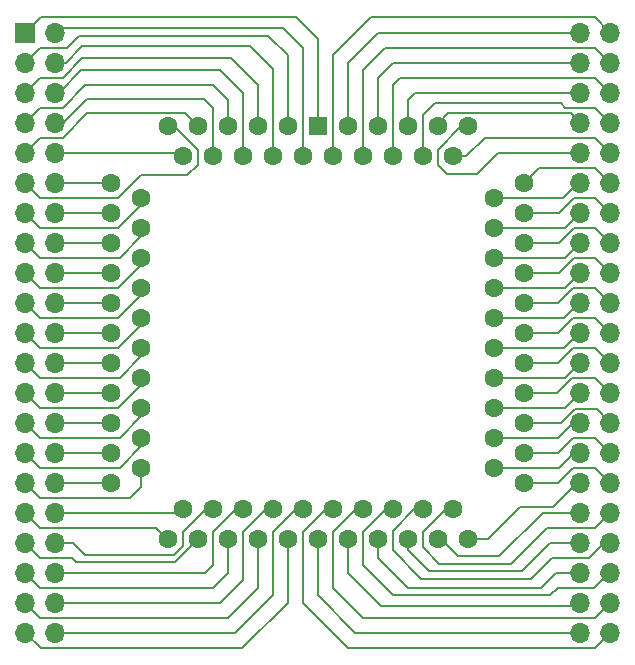
<source format=gbr>
%TF.GenerationSoftware,KiCad,Pcbnew,8.0.7*%
%TF.CreationDate,2025-02-20T01:00:11-06:00*%
%TF.ProjectId,PLCC-84-Test-Socket-Adapter,504c4343-2d38-4342-9d54-6573742d536f,v1.0*%
%TF.SameCoordinates,Original*%
%TF.FileFunction,Copper,L2,Bot*%
%TF.FilePolarity,Positive*%
%FSLAX46Y46*%
G04 Gerber Fmt 4.6, Leading zero omitted, Abs format (unit mm)*
G04 Created by KiCad (PCBNEW 8.0.7) date 2025-02-20 01:00:11*
%MOMM*%
%LPD*%
G01*
G04 APERTURE LIST*
%TA.AperFunction,ComponentPad*%
%ADD10R,1.600000X1.600000*%
%TD*%
%TA.AperFunction,ComponentPad*%
%ADD11C,1.600000*%
%TD*%
%TA.AperFunction,ComponentPad*%
%ADD12O,1.700000X1.700000*%
%TD*%
%TA.AperFunction,ComponentPad*%
%ADD13R,1.700000X1.700000*%
%TD*%
%TA.AperFunction,Conductor*%
%ADD14C,0.200000*%
%TD*%
G04 APERTURE END LIST*
D10*
%TO.P,U1,1,INPUT/GCLR*%
%TO.N,/Pin1*%
X160020000Y-76495000D03*
D11*
%TO.P,U1,2,INPUT/OE2/GCLK2*%
%TO.N,/Pin2*%
X158750000Y-79035000D03*
%TO.P,U1,3,VCCINT*%
%TO.N,/Pin3*%
X157480000Y-76495000D03*
%TO.P,U1,4,I/O*%
%TO.N,/Pin4*%
X156210000Y-79035000D03*
%TO.P,U1,5,I/O*%
%TO.N,/Pin5*%
X154940000Y-76495000D03*
%TO.P,U1,6,I/O*%
%TO.N,/Pin6*%
X153670000Y-79035000D03*
%TO.P,U1,7,GND*%
%TO.N,/Pin7*%
X152400000Y-76495000D03*
%TO.P,U1,8,I/O*%
%TO.N,/Pin8*%
X151130000Y-79035000D03*
%TO.P,U1,9,I/O*%
%TO.N,/Pin9*%
X149860000Y-76495000D03*
%TO.P,U1,10,I/O*%
%TO.N,/Pin10*%
X148590000Y-79035000D03*
%TO.P,U1,11,I/O*%
%TO.N,/Pin11*%
X147320000Y-76495000D03*
%TO.P,U1,12,I/O/PD1*%
%TO.N,/Pin12*%
X142535000Y-81280000D03*
%TO.P,U1,13,VCCIO*%
%TO.N,/Pin13*%
X145075000Y-82550000D03*
%TO.P,U1,14,I/O/TDI*%
%TO.N,/Pin14*%
X142535000Y-83820000D03*
%TO.P,U1,15,I/O*%
%TO.N,/Pin15*%
X145075000Y-85090000D03*
%TO.P,U1,16,I/O*%
%TO.N,/Pin16*%
X142535000Y-86360000D03*
%TO.P,U1,17,I/O*%
%TO.N,/Pin17*%
X145075000Y-87630000D03*
%TO.P,U1,18,I/O*%
%TO.N,/Pin18*%
X142535000Y-88900000D03*
%TO.P,U1,19,GND*%
%TO.N,/Pin19*%
X145075000Y-90170000D03*
%TO.P,U1,20,I/O*%
%TO.N,/Pin20*%
X142535000Y-91440000D03*
%TO.P,U1,21,I/O*%
%TO.N,/Pin21*%
X145075000Y-92710000D03*
%TO.P,U1,22,I/O*%
%TO.N,/Pin22*%
X142535000Y-93980000D03*
%TO.P,U1,23,I/O/TMS*%
%TO.N,/Pin23*%
X145075000Y-95250000D03*
%TO.P,U1,24,I/O*%
%TO.N,/Pin24*%
X142535000Y-96520000D03*
%TO.P,U1,25,I/O*%
%TO.N,/Pin25*%
X145075000Y-97790000D03*
%TO.P,U1,26,VCCIO*%
%TO.N,/Pin26*%
X142535000Y-99060000D03*
%TO.P,U1,27,I/O*%
%TO.N,/Pin27*%
X145075000Y-100330000D03*
%TO.P,U1,28,I/O*%
%TO.N,/Pin28*%
X142535000Y-101600000D03*
%TO.P,U1,29,I/O*%
%TO.N,/Pin29*%
X145075000Y-102870000D03*
%TO.P,U1,30,I/O*%
%TO.N,/Pin30*%
X142535000Y-104140000D03*
%TO.P,U1,31,I/O*%
%TO.N,/Pin31*%
X145075000Y-105410000D03*
%TO.P,U1,32,GND*%
%TO.N,/Pin32*%
X142535000Y-106680000D03*
%TO.P,U1,33,I/O*%
%TO.N,/Pin33*%
X147320000Y-111465000D03*
%TO.P,U1,34,I/O*%
%TO.N,/Pin34*%
X148590000Y-108925000D03*
%TO.P,U1,35,I/O*%
%TO.N,/Pin35*%
X149860000Y-111465000D03*
%TO.P,U1,36,I/O*%
%TO.N,/Pin36*%
X151130000Y-108925000D03*
%TO.P,U1,37,I/O*%
%TO.N,/Pin37*%
X152400000Y-111465000D03*
%TO.P,U1,38,VCCIO*%
%TO.N,/Pin38*%
X153670000Y-108925000D03*
%TO.P,U1,39,I/O*%
%TO.N,/Pin39*%
X154940000Y-111465000D03*
%TO.P,U1,40,I/O*%
%TO.N,/Pin40*%
X156210000Y-108925000D03*
%TO.P,U1,41,I/O*%
%TO.N,/Pin41*%
X157480000Y-111465000D03*
%TO.P,U1,42,GND*%
%TO.N,/Pin42*%
X158750000Y-108925000D03*
%TO.P,U1,43,VCCINT*%
%TO.N,/Pin43*%
X160020000Y-111465000D03*
%TO.P,U1,44,I/O*%
%TO.N,/Pin44*%
X161290000Y-108925000D03*
%TO.P,U1,45,I/O/PD2*%
%TO.N,/Pin45*%
X162560000Y-111465000D03*
%TO.P,U1,46,I/O*%
%TO.N,/Pin46*%
X163830000Y-108925000D03*
%TO.P,U1,47,GND*%
%TO.N,/Pin47*%
X165100000Y-111465000D03*
%TO.P,U1,48,I/O*%
%TO.N,/Pin48*%
X166370000Y-108925000D03*
%TO.P,U1,49,I/O*%
%TO.N,/Pin49*%
X167640000Y-111465000D03*
%TO.P,U1,50,I/O*%
%TO.N,/Pin50*%
X168910000Y-108925000D03*
%TO.P,U1,51,I/O*%
%TO.N,/Pin51*%
X170180000Y-111465000D03*
%TO.P,U1,52,I/O*%
%TO.N,/Pin52*%
X171450000Y-108925000D03*
%TO.P,U1,53,VCCIO*%
%TO.N,/Pin53*%
X172720000Y-111465000D03*
%TO.P,U1,54,I/O*%
%TO.N,/Pin54*%
X177505000Y-106680000D03*
%TO.P,U1,55,I/O*%
%TO.N,/Pin55*%
X174965000Y-105410000D03*
%TO.P,U1,56,I/O*%
%TO.N,/Pin56*%
X177505000Y-104140000D03*
%TO.P,U1,57,I/O*%
%TO.N,/Pin57*%
X174965000Y-102870000D03*
%TO.P,U1,58,I/O*%
%TO.N,/Pin58*%
X177505000Y-101600000D03*
%TO.P,U1,59,GND*%
%TO.N,/Pin59*%
X174965000Y-100330000D03*
%TO.P,U1,60,I/O*%
%TO.N,/Pin60*%
X177505000Y-99060000D03*
%TO.P,U1,61,I/O*%
%TO.N,/Pin61*%
X174965000Y-97790000D03*
%TO.P,U1,62,I/O/TCK*%
%TO.N,/Pin62*%
X177505000Y-96520000D03*
%TO.P,U1,63,I/O*%
%TO.N,/Pin63*%
X174965000Y-95250000D03*
%TO.P,U1,64,I/O*%
%TO.N,/Pin64*%
X177505000Y-93980000D03*
%TO.P,U1,65,I/O*%
%TO.N,/Pin65*%
X174965000Y-92710000D03*
%TO.P,U1,66,VCCIO*%
%TO.N,/Pin66*%
X177505000Y-91440000D03*
%TO.P,U1,67,I/O*%
%TO.N,/Pin67*%
X174965000Y-90170000D03*
%TO.P,U1,68,I/O*%
%TO.N,/Pin68*%
X177505000Y-88900000D03*
%TO.P,U1,69,I/O*%
%TO.N,/Pin69*%
X174965000Y-87630000D03*
%TO.P,U1,70,I/O*%
%TO.N,/Pin70*%
X177505000Y-86360000D03*
%TO.P,U1,71,I/O/TDO*%
%TO.N,/Pin71*%
X174965000Y-85090000D03*
%TO.P,U1,72,GND*%
%TO.N,/Pin72*%
X177505000Y-83820000D03*
%TO.P,U1,73,I/O*%
%TO.N,/Pin73*%
X174965000Y-82550000D03*
%TO.P,U1,74,I/O*%
%TO.N,/Pin74*%
X177505000Y-81280000D03*
%TO.P,U1,75,I/O*%
%TO.N,/Pin75*%
X172720000Y-76495000D03*
%TO.P,U1,76,I/O*%
%TO.N,/Pin76*%
X171450000Y-79035000D03*
%TO.P,U1,77,I/O*%
%TO.N,/Pin77*%
X170180000Y-76495000D03*
%TO.P,U1,78,VCCIO*%
%TO.N,/Pin78*%
X168910000Y-79035000D03*
%TO.P,U1,79,I/O*%
%TO.N,/Pin79*%
X167640000Y-76495000D03*
%TO.P,U1,80,I/O*%
%TO.N,/Pin80*%
X166370000Y-79035000D03*
%TO.P,U1,81,I/O/GCLK3*%
%TO.N,/Pin81*%
X165100000Y-76495000D03*
%TO.P,U1,82,GND*%
%TO.N,/Pin82*%
X163830000Y-79035000D03*
%TO.P,U1,83,INPUT/GCLK1*%
%TO.N,/Pin83*%
X162560000Y-76495000D03*
%TO.P,U1,84,INPUT/OE1*%
%TO.N,/Pin84*%
X161290000Y-79035000D03*
%TD*%
D12*
%TO.P,J1,1,Pin_1*%
%TO.N,/Pin2*%
X137795000Y-68580000D03*
D13*
%TO.P,J1,2,Pin_2*%
%TO.N,/Pin1*%
X135255000Y-68580000D03*
D12*
%TO.P,J1,3,Pin_3*%
%TO.N,/Pin4*%
X137795000Y-71120000D03*
%TO.P,J1,4,Pin_4*%
%TO.N,/Pin3*%
X135255000Y-71120000D03*
%TO.P,J1,5,Pin_5*%
%TO.N,/Pin6*%
X137795000Y-73660000D03*
%TO.P,J1,6,Pin_6*%
%TO.N,/Pin5*%
X135255000Y-73660000D03*
%TO.P,J1,7,Pin_7*%
%TO.N,/Pin8*%
X137795000Y-76200000D03*
%TO.P,J1,8,Pin_8*%
%TO.N,/Pin7*%
X135255000Y-76200000D03*
%TO.P,J1,9,Pin_9*%
%TO.N,/Pin10*%
X137795000Y-78740000D03*
%TO.P,J1,10,Pin_10*%
%TO.N,/Pin9*%
X135255000Y-78740000D03*
%TO.P,J1,11,Pin_11*%
%TO.N,/Pin12*%
X137795000Y-81280000D03*
%TO.P,J1,12,Pin_12*%
%TO.N,/Pin11*%
X135255000Y-81280000D03*
%TO.P,J1,13,Pin_13*%
%TO.N,/Pin14*%
X137795000Y-83820000D03*
%TO.P,J1,14,Pin_14*%
%TO.N,/Pin13*%
X135255000Y-83820000D03*
%TO.P,J1,15,Pin_15*%
%TO.N,/Pin16*%
X137795000Y-86360000D03*
%TO.P,J1,16,Pin_16*%
%TO.N,/Pin15*%
X135255000Y-86360000D03*
%TO.P,J1,17,Pin_17*%
%TO.N,/Pin18*%
X137795000Y-88900000D03*
%TO.P,J1,18,Pin_18*%
%TO.N,/Pin17*%
X135255000Y-88900000D03*
%TO.P,J1,19,Pin_19*%
%TO.N,/Pin20*%
X137795000Y-91440000D03*
%TO.P,J1,20,Pin_20*%
%TO.N,/Pin19*%
X135255000Y-91440000D03*
%TO.P,J1,21,Pin_21*%
%TO.N,/Pin22*%
X137795000Y-93980000D03*
%TO.P,J1,22,Pin_22*%
%TO.N,/Pin21*%
X135255000Y-93980000D03*
%TO.P,J1,23,Pin_23*%
%TO.N,/Pin24*%
X137795000Y-96520000D03*
%TO.P,J1,24,Pin_24*%
%TO.N,/Pin23*%
X135255000Y-96520000D03*
%TO.P,J1,25,Pin_25*%
%TO.N,/Pin26*%
X137795000Y-99060000D03*
%TO.P,J1,26,Pin_26*%
%TO.N,/Pin25*%
X135255000Y-99060000D03*
%TO.P,J1,27,Pin_27*%
%TO.N,/Pin28*%
X137795000Y-101600000D03*
%TO.P,J1,28,Pin_28*%
%TO.N,/Pin27*%
X135255000Y-101600000D03*
%TO.P,J1,29,Pin_29*%
%TO.N,/Pin30*%
X137795000Y-104140000D03*
%TO.P,J1,30,Pin_30*%
%TO.N,/Pin29*%
X135255000Y-104140000D03*
%TO.P,J1,31,Pin_31*%
%TO.N,/Pin32*%
X137795000Y-106680000D03*
%TO.P,J1,32,Pin_32*%
%TO.N,/Pin31*%
X135255000Y-106680000D03*
%TO.P,J1,33,Pin_33*%
%TO.N,/Pin34*%
X137795000Y-109220000D03*
%TO.P,J1,34,Pin_34*%
%TO.N,/Pin33*%
X135255000Y-109220000D03*
%TO.P,J1,35,Pin_35*%
%TO.N,/Pin36*%
X137795000Y-111760000D03*
%TO.P,J1,36,Pin_36*%
%TO.N,/Pin35*%
X135255000Y-111760000D03*
%TO.P,J1,37,Pin_37*%
%TO.N,/Pin38*%
X137795000Y-114300000D03*
%TO.P,J1,38,Pin_38*%
%TO.N,/Pin37*%
X135255000Y-114300000D03*
%TO.P,J1,39,Pin_39*%
%TO.N,/Pin40*%
X137795000Y-116840000D03*
%TO.P,J1,40,Pin_40*%
%TO.N,/Pin39*%
X135255000Y-116840000D03*
%TO.P,J1,41,Pin_41*%
%TO.N,/Pin42*%
X137795000Y-119380000D03*
%TO.P,J1,42,Pin_42*%
%TO.N,/Pin41*%
X135255000Y-119380000D03*
%TD*%
%TO.P,J2,1,Pin_1*%
%TO.N,/Pin84*%
X184785000Y-68580000D03*
%TO.P,J2,2,Pin_2*%
%TO.N,/Pin83*%
X182245000Y-68580000D03*
%TO.P,J2,3,Pin_3*%
%TO.N,/Pin82*%
X184785000Y-71120000D03*
%TO.P,J2,4,Pin_4*%
%TO.N,/Pin81*%
X182245000Y-71120000D03*
%TO.P,J2,5,Pin_5*%
%TO.N,/Pin80*%
X184785000Y-73660000D03*
%TO.P,J2,6,Pin_6*%
%TO.N,/Pin79*%
X182245000Y-73660000D03*
%TO.P,J2,7,Pin_7*%
%TO.N,/Pin78*%
X184785000Y-76200000D03*
%TO.P,J2,8,Pin_8*%
%TO.N,/Pin77*%
X182245000Y-76200000D03*
%TO.P,J2,9,Pin_9*%
%TO.N,/Pin76*%
X184785000Y-78740000D03*
%TO.P,J2,10,Pin_10*%
%TO.N,/Pin75*%
X182245000Y-78740000D03*
%TO.P,J2,11,Pin_11*%
%TO.N,/Pin74*%
X184785000Y-81280000D03*
%TO.P,J2,12,Pin_12*%
%TO.N,/Pin73*%
X182245000Y-81280000D03*
%TO.P,J2,13,Pin_13*%
%TO.N,/Pin72*%
X184785000Y-83820000D03*
%TO.P,J2,14,Pin_14*%
%TO.N,/Pin71*%
X182245000Y-83820000D03*
%TO.P,J2,15,Pin_15*%
%TO.N,/Pin70*%
X184785000Y-86360000D03*
%TO.P,J2,16,Pin_16*%
%TO.N,/Pin69*%
X182245000Y-86360000D03*
%TO.P,J2,17,Pin_17*%
%TO.N,/Pin68*%
X184785000Y-88900000D03*
%TO.P,J2,18,Pin_18*%
%TO.N,/Pin67*%
X182245000Y-88900000D03*
%TO.P,J2,19,Pin_19*%
%TO.N,/Pin66*%
X184785000Y-91440000D03*
%TO.P,J2,20,Pin_20*%
%TO.N,/Pin65*%
X182245000Y-91440000D03*
%TO.P,J2,21,Pin_21*%
%TO.N,/Pin64*%
X184785000Y-93980000D03*
%TO.P,J2,22,Pin_22*%
%TO.N,/Pin63*%
X182245000Y-93980000D03*
%TO.P,J2,23,Pin_23*%
%TO.N,/Pin62*%
X184785000Y-96520000D03*
%TO.P,J2,24,Pin_24*%
%TO.N,/Pin61*%
X182245000Y-96520000D03*
%TO.P,J2,25,Pin_25*%
%TO.N,/Pin60*%
X184785000Y-99060000D03*
%TO.P,J2,26,Pin_26*%
%TO.N,/Pin59*%
X182245000Y-99060000D03*
%TO.P,J2,27,Pin_27*%
%TO.N,/Pin58*%
X184785000Y-101600000D03*
%TO.P,J2,28,Pin_28*%
%TO.N,/Pin57*%
X182245000Y-101600000D03*
%TO.P,J2,29,Pin_29*%
%TO.N,/Pin56*%
X184785000Y-104140000D03*
%TO.P,J2,30,Pin_30*%
%TO.N,/Pin55*%
X182245000Y-104140000D03*
%TO.P,J2,31,Pin_31*%
%TO.N,/Pin54*%
X184785000Y-106680000D03*
%TO.P,J2,32,Pin_32*%
%TO.N,/Pin53*%
X182245000Y-106680000D03*
%TO.P,J2,33,Pin_33*%
%TO.N,/Pin52*%
X184785000Y-109220000D03*
%TO.P,J2,34,Pin_34*%
%TO.N,/Pin51*%
X182245000Y-109220000D03*
%TO.P,J2,35,Pin_35*%
%TO.N,/Pin50*%
X184785000Y-111760000D03*
%TO.P,J2,36,Pin_36*%
%TO.N,/Pin49*%
X182245000Y-111760000D03*
%TO.P,J2,37,Pin_37*%
%TO.N,/Pin48*%
X184785000Y-114300000D03*
%TO.P,J2,38,Pin_38*%
%TO.N,/Pin47*%
X182245000Y-114300000D03*
%TO.P,J2,39,Pin_39*%
%TO.N,/Pin46*%
X184785000Y-116840000D03*
%TO.P,J2,40,Pin_40*%
%TO.N,/Pin45*%
X182245000Y-116840000D03*
%TO.P,J2,41,Pin_41*%
%TO.N,/Pin44*%
X184785000Y-119380000D03*
%TO.P,J2,42,Pin_42*%
%TO.N,/Pin43*%
X182245000Y-119380000D03*
%TD*%
D14*
%TO.N,/Pin20*%
X137795000Y-91440000D02*
X142535000Y-91440000D01*
%TO.N,/Pin23*%
X143256000Y-97790000D02*
X145075000Y-95971000D01*
X135255000Y-96520000D02*
X136525000Y-97790000D01*
X145075000Y-95971000D02*
X145075000Y-95250000D01*
X136525000Y-97790000D02*
X143256000Y-97790000D01*
%TO.N,/Pin11*%
X149860000Y-79756000D02*
X149860000Y-78486000D01*
X145034000Y-80645000D02*
X148971000Y-80645000D01*
X135255000Y-81280000D02*
X136525000Y-82550000D01*
X149860000Y-78486000D02*
X147869000Y-76495000D01*
X148971000Y-80645000D02*
X149860000Y-79756000D01*
X143129000Y-82550000D02*
X145034000Y-80645000D01*
X136525000Y-82550000D02*
X143129000Y-82550000D01*
X147869000Y-76495000D02*
X147320000Y-76495000D01*
%TO.N,/Pin15*%
X136525000Y-87630000D02*
X143256000Y-87630000D01*
X143256000Y-87630000D02*
X145075000Y-85811000D01*
X135255000Y-86360000D02*
X136525000Y-87630000D01*
X145075000Y-85811000D02*
X145075000Y-85090000D01*
%TO.N,/Pin26*%
X137795000Y-99060000D02*
X142535000Y-99060000D01*
%TO.N,/Pin31*%
X136525000Y-107950000D02*
X144145000Y-107950000D01*
X144145000Y-107950000D02*
X145075000Y-107020000D01*
X145075000Y-107020000D02*
X145075000Y-105410000D01*
X135255000Y-106680000D02*
X136525000Y-107950000D01*
%TO.N,/Pin35*%
X147914000Y-113411000D02*
X149860000Y-111465000D01*
X136525000Y-113030000D02*
X139192000Y-113030000D01*
X135255000Y-111760000D02*
X136525000Y-113030000D01*
X139192000Y-113030000D02*
X139573000Y-113411000D01*
X139573000Y-113411000D02*
X147914000Y-113411000D01*
%TO.N,/Pin16*%
X137795000Y-86360000D02*
X142535000Y-86360000D01*
%TO.N,/Pin21*%
X135255000Y-93980000D02*
X136525000Y-95250000D01*
X136525000Y-95250000D02*
X143129000Y-95250000D01*
X143129000Y-95250000D02*
X145075000Y-93304000D01*
X145075000Y-93304000D02*
X145075000Y-92710000D01*
%TO.N,/Pin4*%
X138684000Y-71120000D02*
X137795000Y-71120000D01*
X154305000Y-69723000D02*
X140081000Y-69723000D01*
X156210000Y-71628000D02*
X154305000Y-69723000D01*
X156210000Y-79035000D02*
X156210000Y-71628000D01*
X140081000Y-69723000D02*
X138684000Y-71120000D01*
%TO.N,/Pin3*%
X138825000Y-69850000D02*
X136525000Y-69850000D01*
X139841000Y-68834000D02*
X138825000Y-69850000D01*
X157480000Y-70485000D02*
X155829000Y-68834000D01*
X136525000Y-69850000D02*
X135255000Y-71120000D01*
X155829000Y-68834000D02*
X139841000Y-68834000D01*
X157480000Y-76495000D02*
X157480000Y-70485000D01*
%TO.N,/Pin25*%
X136525000Y-100330000D02*
X143129000Y-100330000D01*
X143129000Y-100330000D02*
X145075000Y-98384000D01*
X135255000Y-99060000D02*
X136525000Y-100330000D01*
X145075000Y-98384000D02*
X145075000Y-97790000D01*
%TO.N,/Pin9*%
X149860000Y-76495000D02*
X148760000Y-75395000D01*
X136525000Y-77470000D02*
X135255000Y-78740000D01*
X140505000Y-75395000D02*
X138430000Y-77470000D01*
X138430000Y-77470000D02*
X136525000Y-77470000D01*
X148760000Y-75395000D02*
X140505000Y-75395000D01*
%TO.N,/Pin28*%
X137795000Y-101600000D02*
X142535000Y-101600000D01*
%TO.N,/Pin33*%
X136525000Y-110490000D02*
X135255000Y-109220000D01*
X146345000Y-110490000D02*
X136525000Y-110490000D01*
X147320000Y-111465000D02*
X146345000Y-110490000D01*
%TO.N,/Pin18*%
X137795000Y-88900000D02*
X142535000Y-88900000D01*
%TO.N,/Pin6*%
X151765000Y-71755000D02*
X140017500Y-71755000D01*
X140017500Y-71755000D02*
X138112500Y-73660000D01*
X138112500Y-73660000D02*
X137795000Y-73660000D01*
X153670000Y-79035000D02*
X153670000Y-73660000D01*
X153670000Y-73660000D02*
X151765000Y-71755000D01*
%TO.N,/Pin19*%
X143129000Y-92710000D02*
X145075000Y-90764000D01*
X136525000Y-92710000D02*
X143129000Y-92710000D01*
X135255000Y-91440000D02*
X136525000Y-92710000D01*
X145075000Y-90764000D02*
X145075000Y-90170000D01*
%TO.N,/Pin32*%
X142535000Y-106680000D02*
X137795000Y-106680000D01*
%TO.N,/Pin13*%
X135255000Y-83820000D02*
X136525000Y-85090000D01*
X143129000Y-85090000D02*
X145075000Y-83144000D01*
X136525000Y-85090000D02*
X143129000Y-85090000D01*
X145075000Y-83144000D02*
X145075000Y-82550000D01*
%TO.N,/Pin36*%
X147828000Y-112776000D02*
X140300343Y-112776000D01*
X151130000Y-108925000D02*
X150536000Y-108925000D01*
X150536000Y-108925000D02*
X148590000Y-110871000D01*
X148590000Y-112014000D02*
X147828000Y-112776000D01*
X148590000Y-110871000D02*
X148590000Y-112014000D01*
X140300343Y-112776000D02*
X139284343Y-111760000D01*
X139284343Y-111760000D02*
X137795000Y-111760000D01*
%TO.N,/Pin30*%
X137795000Y-104140000D02*
X142535000Y-104140000D01*
%TO.N,/Pin39*%
X136525000Y-118110000D02*
X152400000Y-118110000D01*
X152400000Y-118110000D02*
X154940000Y-115570000D01*
X135255000Y-116840000D02*
X136525000Y-118110000D01*
X154940000Y-115570000D02*
X154940000Y-111465000D01*
%TO.N,/Pin12*%
X137795000Y-81280000D02*
X142535000Y-81280000D01*
%TO.N,/Pin29*%
X145075000Y-103591000D02*
X145075000Y-102870000D01*
X135255000Y-104140000D02*
X136525000Y-105410000D01*
X143256000Y-105410000D02*
X145075000Y-103591000D01*
X136525000Y-105410000D02*
X143256000Y-105410000D01*
%TO.N,/Pin22*%
X137795000Y-93980000D02*
X142535000Y-93980000D01*
%TO.N,/Pin40*%
X153670000Y-110871000D02*
X153670000Y-114935000D01*
X153670000Y-114935000D02*
X151765000Y-116840000D01*
X155616000Y-108925000D02*
X153670000Y-110871000D01*
X151765000Y-116840000D02*
X137795000Y-116840000D01*
X156210000Y-108925000D02*
X155616000Y-108925000D01*
%TO.N,/Pin27*%
X143256000Y-102870000D02*
X145075000Y-101051000D01*
X136525000Y-102870000D02*
X143256000Y-102870000D01*
X145075000Y-101051000D02*
X145075000Y-100330000D01*
X135255000Y-101600000D02*
X136525000Y-102870000D01*
%TO.N,/Pin42*%
X158750000Y-108925000D02*
X158156000Y-108925000D01*
X153035000Y-119380000D02*
X137795000Y-119380000D01*
X156210000Y-116205000D02*
X153035000Y-119380000D01*
X158156000Y-108925000D02*
X156210000Y-110871000D01*
X156210000Y-110871000D02*
X156210000Y-116205000D01*
%TO.N,/Pin5*%
X152654000Y-70739000D02*
X140081000Y-70739000D01*
X138430000Y-72390000D02*
X136525000Y-72390000D01*
X140081000Y-70739000D02*
X138430000Y-72390000D01*
X154940000Y-73025000D02*
X152654000Y-70739000D01*
X136525000Y-72390000D02*
X135255000Y-73660000D01*
X154940000Y-76495000D02*
X154940000Y-73025000D01*
%TO.N,/Pin24*%
X137795000Y-96520000D02*
X142535000Y-96520000D01*
%TO.N,/Pin8*%
X140462000Y-74168000D02*
X138430000Y-76200000D01*
X150368000Y-74168000D02*
X140462000Y-74168000D01*
X151130000Y-79035000D02*
X151130000Y-74930000D01*
X138430000Y-76200000D02*
X137795000Y-76200000D01*
X151130000Y-74930000D02*
X150368000Y-74168000D01*
%TO.N,/Pin34*%
X148590000Y-108925000D02*
X148295000Y-109220000D01*
X148295000Y-109220000D02*
X137795000Y-109220000D01*
%TO.N,/Pin14*%
X137795000Y-83820000D02*
X142535000Y-83820000D01*
%TO.N,/Pin41*%
X153635000Y-120685000D02*
X157480000Y-116840000D01*
X135255000Y-119380000D02*
X136560000Y-120685000D01*
X136560000Y-120685000D02*
X153635000Y-120685000D01*
X157480000Y-116840000D02*
X157480000Y-111465000D01*
%TO.N,/Pin1*%
X136560000Y-67275000D02*
X135255000Y-68580000D01*
X160020000Y-69088000D02*
X158207000Y-67275000D01*
X158207000Y-67275000D02*
X136560000Y-67275000D01*
X160020000Y-76495000D02*
X160020000Y-69088000D01*
%TO.N,/Pin17*%
X136525000Y-90170000D02*
X143129000Y-90170000D01*
X145075000Y-88224000D02*
X145075000Y-87630000D01*
X135255000Y-88900000D02*
X136525000Y-90170000D01*
X143129000Y-90170000D02*
X145075000Y-88224000D01*
%TO.N,/Pin37*%
X152400000Y-114300000D02*
X152400000Y-111465000D01*
X151130000Y-115570000D02*
X152400000Y-114300000D01*
X135255000Y-114300000D02*
X136525000Y-115570000D01*
X136525000Y-115570000D02*
X151130000Y-115570000D01*
%TO.N,/Pin2*%
X158750000Y-69850000D02*
X157099000Y-68199000D01*
X158750000Y-79035000D02*
X158750000Y-69850000D01*
X138176000Y-68199000D02*
X137795000Y-68580000D01*
X157099000Y-68199000D02*
X138176000Y-68199000D01*
%TO.N,/Pin7*%
X138430000Y-74930000D02*
X136525000Y-74930000D01*
X152400000Y-74295000D02*
X151130000Y-73025000D01*
X140335000Y-73025000D02*
X138430000Y-74930000D01*
X136525000Y-74930000D02*
X135255000Y-76200000D01*
X152400000Y-76495000D02*
X152400000Y-74295000D01*
X151130000Y-73025000D02*
X140335000Y-73025000D01*
%TO.N,/Pin38*%
X150495000Y-114300000D02*
X137795000Y-114300000D01*
X153076000Y-108925000D02*
X151130000Y-110871000D01*
X151130000Y-110871000D02*
X151130000Y-113665000D01*
X151130000Y-113665000D02*
X150495000Y-114300000D01*
X153670000Y-108925000D02*
X153076000Y-108925000D01*
%TO.N,/Pin10*%
X148295000Y-78740000D02*
X137795000Y-78740000D01*
X148590000Y-79035000D02*
X148295000Y-78740000D01*
%TO.N,/Pin45*%
X181991000Y-117094000D02*
X182245000Y-116840000D01*
X165354000Y-117094000D02*
X181991000Y-117094000D01*
X162560000Y-114300000D02*
X165354000Y-117094000D01*
X162560000Y-111465000D02*
X162560000Y-114300000D01*
%TO.N,/Pin50*%
X179832000Y-113030000D02*
X183007000Y-113030000D01*
X183007000Y-113030000D02*
X184277000Y-111760000D01*
X168783000Y-114808000D02*
X178054000Y-114808000D01*
X178054000Y-114808000D02*
X179832000Y-113030000D01*
X184277000Y-111760000D02*
X184785000Y-111760000D01*
X168910000Y-108925000D02*
X168189000Y-108925000D01*
X166370000Y-110744000D02*
X166370000Y-112395000D01*
X168189000Y-108925000D02*
X166370000Y-110744000D01*
X166370000Y-112395000D02*
X168783000Y-114808000D01*
%TO.N,/Pin61*%
X174965000Y-97790000D02*
X180975000Y-97790000D01*
X180975000Y-97790000D02*
X182245000Y-96520000D01*
%TO.N,/Pin48*%
X184658000Y-114300000D02*
X184785000Y-114300000D01*
X166370000Y-108925000D02*
X165776000Y-108925000D01*
X180340000Y-115570000D02*
X183388000Y-115570000D01*
X183388000Y-115570000D02*
X184658000Y-114300000D01*
X166370000Y-116205000D02*
X179705000Y-116205000D01*
X179705000Y-116205000D02*
X180340000Y-115570000D01*
X163830000Y-113665000D02*
X166370000Y-116205000D01*
X165776000Y-108925000D02*
X163830000Y-110871000D01*
X163830000Y-110871000D02*
X163830000Y-113665000D01*
%TO.N,/Pin64*%
X183515000Y-92710000D02*
X184785000Y-93980000D01*
X177505000Y-93980000D02*
X180340000Y-93980000D01*
X181610000Y-92710000D02*
X183515000Y-92710000D01*
X180340000Y-93980000D02*
X181610000Y-92710000D01*
%TO.N,/Pin46*%
X163830000Y-108925000D02*
X163236000Y-108925000D01*
X183515000Y-118110000D02*
X184785000Y-116840000D01*
X163830000Y-118110000D02*
X183515000Y-118110000D01*
X161290000Y-115570000D02*
X163830000Y-118110000D01*
X161290000Y-110871000D02*
X161290000Y-115570000D01*
X163236000Y-108925000D02*
X161290000Y-110871000D01*
%TO.N,/Pin52*%
X170856000Y-108925000D02*
X168910000Y-110871000D01*
X179451000Y-110490000D02*
X183515000Y-110490000D01*
X168910000Y-112169314D02*
X170278686Y-113538000D01*
X176403000Y-113538000D02*
X179451000Y-110490000D01*
X171450000Y-108925000D02*
X170856000Y-108925000D01*
X183515000Y-110490000D02*
X184785000Y-109220000D01*
X170278686Y-113538000D02*
X176403000Y-113538000D01*
X168910000Y-110871000D02*
X168910000Y-112169314D01*
%TO.N,/Pin59*%
X174965000Y-100330000D02*
X180975000Y-100330000D01*
X180975000Y-100330000D02*
X182245000Y-99060000D01*
%TO.N,/Pin74*%
X183515000Y-80010000D02*
X184785000Y-81280000D01*
X178775000Y-80010000D02*
X183515000Y-80010000D01*
X177505000Y-81280000D02*
X178775000Y-80010000D01*
%TO.N,/Pin69*%
X174965000Y-87630000D02*
X180975000Y-87630000D01*
X180975000Y-87630000D02*
X182245000Y-86360000D01*
%TO.N,/Pin51*%
X170465635Y-111465000D02*
X171903635Y-112903000D01*
X175387000Y-112903000D02*
X179070000Y-109220000D01*
X171903635Y-112903000D02*
X175387000Y-112903000D01*
X170180000Y-111465000D02*
X170465635Y-111465000D01*
X179070000Y-109220000D02*
X182245000Y-109220000D01*
%TO.N,/Pin62*%
X183515000Y-95250000D02*
X184785000Y-96520000D01*
X177505000Y-96520000D02*
X180340000Y-96520000D01*
X180340000Y-96520000D02*
X181610000Y-95250000D01*
X181610000Y-95250000D02*
X183515000Y-95250000D01*
%TO.N,/Pin60*%
X183515000Y-97790000D02*
X184785000Y-99060000D01*
X180270686Y-99060000D02*
X181540686Y-97790000D01*
X181540686Y-97790000D02*
X183515000Y-97790000D01*
X177505000Y-99060000D02*
X180270686Y-99060000D01*
%TO.N,/Pin44*%
X183480000Y-120685000D02*
X184785000Y-119380000D01*
X158750000Y-110871000D02*
X158750000Y-116840000D01*
X160696000Y-108925000D02*
X158750000Y-110871000D01*
X161290000Y-108925000D02*
X160696000Y-108925000D01*
X161290000Y-108925000D02*
X160950000Y-108925000D01*
X162595000Y-120685000D02*
X183480000Y-120685000D01*
X158750000Y-116840000D02*
X162595000Y-120685000D01*
%TO.N,/Pin70*%
X177505000Y-86360000D02*
X180467000Y-86360000D01*
X183515000Y-85090000D02*
X184785000Y-86360000D01*
X181737000Y-85090000D02*
X183515000Y-85090000D01*
X180467000Y-86360000D02*
X181737000Y-85090000D01*
%TO.N,/Pin53*%
X181991000Y-106680000D02*
X182245000Y-106680000D01*
X177165000Y-108712000D02*
X179959000Y-108712000D01*
X172720000Y-111465000D02*
X174412000Y-111465000D01*
X174412000Y-111465000D02*
X177165000Y-108712000D01*
X179959000Y-108712000D02*
X181991000Y-106680000D01*
%TO.N,/Pin71*%
X180975000Y-85090000D02*
X182245000Y-83820000D01*
X174965000Y-85090000D02*
X180975000Y-85090000D01*
%TO.N,/Pin66*%
X177505000Y-91440000D02*
X180352327Y-91440000D01*
X183515000Y-90170000D02*
X184785000Y-91440000D01*
X180352327Y-91440000D02*
X181622327Y-90170000D01*
X181622327Y-90170000D02*
X183515000Y-90170000D01*
%TO.N,/Pin65*%
X182181500Y-91440000D02*
X182245000Y-91440000D01*
X174965000Y-92710000D02*
X180911500Y-92710000D01*
X180911500Y-92710000D02*
X182181500Y-91440000D01*
%TO.N,/Pin72*%
X177505000Y-83820000D02*
X180467000Y-83820000D01*
X181737000Y-82550000D02*
X183515000Y-82550000D01*
X183515000Y-82550000D02*
X184785000Y-83820000D01*
X180467000Y-83820000D02*
X181737000Y-82550000D01*
%TO.N,/Pin47*%
X165100000Y-111465000D02*
X165100000Y-113030000D01*
X178943000Y-115570000D02*
X180213000Y-114300000D01*
X180213000Y-114300000D02*
X182245000Y-114300000D01*
X165100000Y-113030000D02*
X167640000Y-115570000D01*
X167640000Y-115570000D02*
X178943000Y-115570000D01*
%TO.N,/Pin79*%
X167640000Y-76495000D02*
X167640000Y-74295000D01*
X168275000Y-73660000D02*
X182245000Y-73660000D01*
X167640000Y-74295000D02*
X168275000Y-73660000D01*
%TO.N,/Pin82*%
X165735000Y-69850000D02*
X183515000Y-69850000D01*
X163830000Y-79035000D02*
X163830000Y-71755000D01*
X163830000Y-71755000D02*
X165735000Y-69850000D01*
X183515000Y-69850000D02*
X184785000Y-71120000D01*
%TO.N,/Pin58*%
X181768654Y-100450000D02*
X183635000Y-100450000D01*
X180618654Y-101600000D02*
X181768654Y-100450000D01*
X177505000Y-101600000D02*
X180618654Y-101600000D01*
X183635000Y-100450000D02*
X184785000Y-101600000D01*
%TO.N,/Pin43*%
X160020000Y-111465000D02*
X160020000Y-116205000D01*
X160020000Y-116205000D02*
X163195000Y-119380000D01*
X163195000Y-119380000D02*
X182245000Y-119380000D01*
%TO.N,/Pin67*%
X174965000Y-90170000D02*
X180975000Y-90170000D01*
X180975000Y-90170000D02*
X182245000Y-88900000D01*
%TO.N,/Pin57*%
X174965000Y-102870000D02*
X180403500Y-102870000D01*
X181673500Y-101600000D02*
X182245000Y-101600000D01*
X180403500Y-102870000D02*
X181673500Y-101600000D01*
%TO.N,/Pin83*%
X162560000Y-71120000D02*
X165100000Y-68580000D01*
X162560000Y-76495000D02*
X162560000Y-71120000D01*
X165100000Y-68580000D02*
X182245000Y-68580000D01*
%TO.N,/Pin81*%
X166370000Y-71120000D02*
X182245000Y-71120000D01*
X165100000Y-72390000D02*
X166370000Y-71120000D01*
X165100000Y-76495000D02*
X165100000Y-72390000D01*
%TO.N,/Pin73*%
X182054500Y-81280000D02*
X182245000Y-81280000D01*
X180784500Y-82550000D02*
X182054500Y-81280000D01*
X174965000Y-82550000D02*
X180784500Y-82550000D01*
%TO.N,/Pin68*%
X181737000Y-87630000D02*
X183515000Y-87630000D01*
X183515000Y-87630000D02*
X184785000Y-88900000D01*
X180467000Y-88900000D02*
X181737000Y-87630000D01*
X177505000Y-88900000D02*
X180467000Y-88900000D01*
%TO.N,/Pin84*%
X164500000Y-67275000D02*
X183480000Y-67275000D01*
X161290000Y-79035000D02*
X161290000Y-70485000D01*
X161290000Y-70485000D02*
X164500000Y-67275000D01*
X183480000Y-67275000D02*
X184785000Y-68580000D01*
%TO.N,/Pin55*%
X180467000Y-105410000D02*
X181737000Y-104140000D01*
X181737000Y-104140000D02*
X182245000Y-104140000D01*
X174965000Y-105410000D02*
X180467000Y-105410000D01*
%TO.N,/Pin80*%
X183515000Y-72390000D02*
X184785000Y-73660000D01*
X166370000Y-73025000D02*
X167005000Y-72390000D01*
X167005000Y-72390000D02*
X183515000Y-72390000D01*
X166370000Y-79035000D02*
X166370000Y-73025000D01*
%TO.N,/Pin76*%
X174146370Y-77470000D02*
X183515000Y-77470000D01*
X171450000Y-79035000D02*
X172581370Y-79035000D01*
X172581370Y-79035000D02*
X174146370Y-77470000D01*
X183515000Y-77470000D02*
X184785000Y-78740000D01*
%TO.N,/Pin54*%
X180340000Y-106680000D02*
X181610000Y-105410000D01*
X177505000Y-106680000D02*
X180340000Y-106680000D01*
X181610000Y-105410000D02*
X183515000Y-105410000D01*
X183515000Y-105410000D02*
X184785000Y-106680000D01*
%TO.N,/Pin63*%
X182181500Y-93980000D02*
X182245000Y-93980000D01*
X180911500Y-95250000D02*
X182181500Y-93980000D01*
X174965000Y-95250000D02*
X180911500Y-95250000D01*
%TO.N,/Pin78*%
X168910000Y-75565000D02*
X169926000Y-74549000D01*
X180606327Y-74549000D02*
X180987327Y-74930000D01*
X180987327Y-74930000D02*
X183515000Y-74930000D01*
X169926000Y-74549000D02*
X180606327Y-74549000D01*
X183515000Y-74930000D02*
X184785000Y-76200000D01*
X168910000Y-79035000D02*
X168910000Y-75565000D01*
%TO.N,/Pin56*%
X183515000Y-102870000D02*
X184785000Y-104140000D01*
X180340000Y-104140000D02*
X181610000Y-102870000D01*
X181610000Y-102870000D02*
X183515000Y-102870000D01*
X177505000Y-104140000D02*
X180340000Y-104140000D01*
%TO.N,/Pin49*%
X167640000Y-111465000D02*
X167640000Y-112395000D01*
X177292000Y-114173000D02*
X179705000Y-111760000D01*
X179705000Y-111760000D02*
X182245000Y-111760000D01*
X167640000Y-112395000D02*
X169418000Y-114173000D01*
X169418000Y-114173000D02*
X177292000Y-114173000D01*
%TO.N,/Pin77*%
X170180000Y-76495000D02*
X170180000Y-76294998D01*
X171079998Y-75395000D02*
X181440000Y-75395000D01*
X181440000Y-75395000D02*
X182245000Y-76200000D01*
X170180000Y-76294998D02*
X171079998Y-75395000D01*
%TO.N,/Pin75*%
X170942000Y-80518000D02*
X173482000Y-80518000D01*
X172720000Y-76495000D02*
X172171000Y-76495000D01*
X170180000Y-78486000D02*
X170180000Y-79756000D01*
X175260000Y-78740000D02*
X182245000Y-78740000D01*
X170180000Y-79756000D02*
X170942000Y-80518000D01*
X172171000Y-76495000D02*
X170180000Y-78486000D01*
X173482000Y-80518000D02*
X175260000Y-78740000D01*
%TD*%
M02*

</source>
